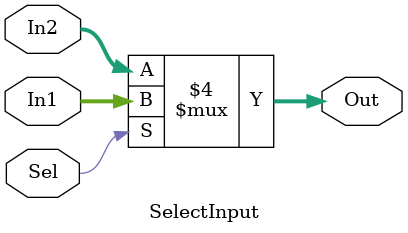
<source format=v>
module SelectInput(Sel,In1,In2,Out);

parameter BUS_SIZE=22;

input[BUS_SIZE-1:0] In1;
input[BUS_SIZE-1:0] In2;
input Sel;

output[BUS_SIZE-1:0] Out;

reg[BUS_SIZE-1:0] Out;

always @(Sel)
begin
	if(Sel==1'b1)
	begin
		Out <= In1;
	end
	else
	begin
		Out <= In2;
	end
end

endmodule
		
</source>
